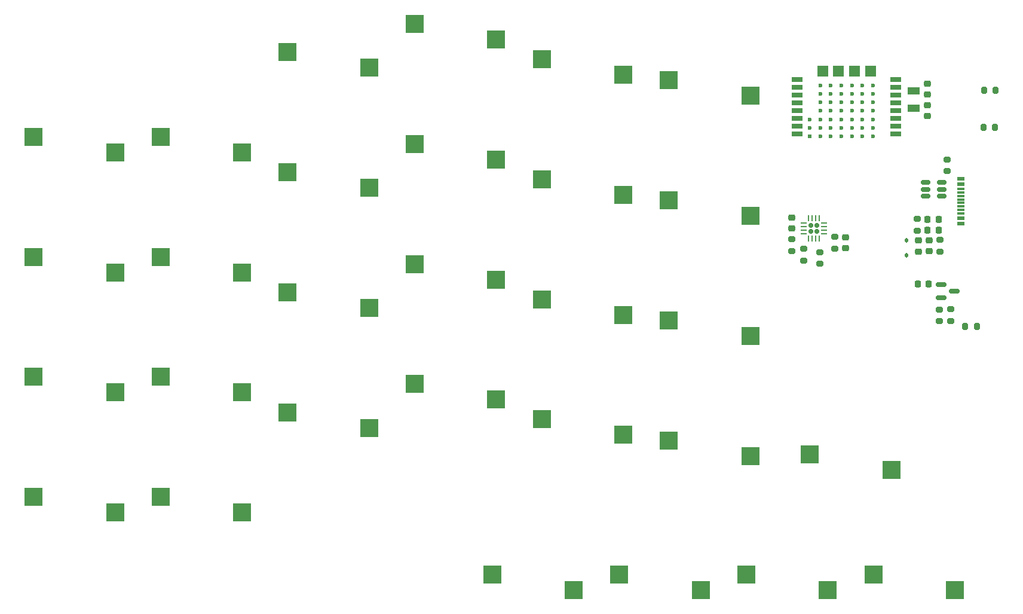
<source format=gbp>
G04 #@! TF.GenerationSoftware,KiCad,Pcbnew,7.0.9*
G04 #@! TF.CreationDate,2024-01-11T22:18:43+01:00*
G04 #@! TF.ProjectId,keyboard,6b657962-6f61-4726-942e-6b696361645f,v1.0.0*
G04 #@! TF.SameCoordinates,Original*
G04 #@! TF.FileFunction,Paste,Bot*
G04 #@! TF.FilePolarity,Positive*
%FSLAX46Y46*%
G04 Gerber Fmt 4.6, Leading zero omitted, Abs format (unit mm)*
G04 Created by KiCad (PCBNEW 7.0.9) date 2024-01-11 22:18:43*
%MOMM*%
%LPD*%
G01*
G04 APERTURE LIST*
G04 Aperture macros list*
%AMRoundRect*
0 Rectangle with rounded corners*
0 $1 Rounding radius*
0 $2 $3 $4 $5 $6 $7 $8 $9 X,Y pos of 4 corners*
0 Add a 4 corners polygon primitive as box body*
4,1,4,$2,$3,$4,$5,$6,$7,$8,$9,$2,$3,0*
0 Add four circle primitives for the rounded corners*
1,1,$1+$1,$2,$3*
1,1,$1+$1,$4,$5*
1,1,$1+$1,$6,$7*
1,1,$1+$1,$8,$9*
0 Add four rect primitives between the rounded corners*
20,1,$1+$1,$2,$3,$4,$5,0*
20,1,$1+$1,$4,$5,$6,$7,0*
20,1,$1+$1,$6,$7,$8,$9,0*
20,1,$1+$1,$8,$9,$2,$3,0*%
G04 Aperture macros list end*
%ADD10R,1.100000X0.600000*%
%ADD11R,1.100000X0.300000*%
%ADD12R,2.600000X2.600000*%
%ADD13RoundRect,0.218750X-0.256250X0.218750X-0.256250X-0.218750X0.256250X-0.218750X0.256250X0.218750X0*%
%ADD14RoundRect,0.200000X-0.275000X0.200000X-0.275000X-0.200000X0.275000X-0.200000X0.275000X0.200000X0*%
%ADD15RoundRect,0.225000X-0.250000X0.225000X-0.250000X-0.225000X0.250000X-0.225000X0.250000X0.225000X0*%
%ADD16RoundRect,0.200000X0.275000X-0.200000X0.275000X0.200000X-0.275000X0.200000X-0.275000X-0.200000X0*%
%ADD17RoundRect,0.150000X-0.512500X-0.150000X0.512500X-0.150000X0.512500X0.150000X-0.512500X0.150000X0*%
%ADD18RoundRect,0.200000X0.200000X0.275000X-0.200000X0.275000X-0.200000X-0.275000X0.200000X-0.275000X0*%
%ADD19RoundRect,0.160000X-0.160000X-0.160000X0.160000X-0.160000X0.160000X0.160000X-0.160000X0.160000X0*%
%ADD20RoundRect,0.062500X-0.375000X-0.062500X0.375000X-0.062500X0.375000X0.062500X-0.375000X0.062500X0*%
%ADD21RoundRect,0.062500X-0.062500X-0.375000X0.062500X-0.375000X0.062500X0.375000X-0.062500X0.375000X0*%
%ADD22R,1.800000X1.000000*%
%ADD23RoundRect,0.150000X-0.587500X-0.150000X0.587500X-0.150000X0.587500X0.150000X-0.587500X0.150000X0*%
%ADD24RoundRect,0.218750X-0.218750X-0.256250X0.218750X-0.256250X0.218750X0.256250X-0.218750X0.256250X0*%
%ADD25R,1.498600X0.698500*%
%ADD26C,0.599440*%
%ADD27R,1.498600X1.498600*%
%ADD28R,0.599440X0.599440*%
%ADD29RoundRect,0.225000X0.250000X-0.225000X0.250000X0.225000X-0.250000X0.225000X-0.250000X-0.225000X0*%
%ADD30RoundRect,0.218750X0.218750X0.256250X-0.218750X0.256250X-0.218750X-0.256250X0.218750X-0.256250X0*%
%ADD31RoundRect,0.200000X-0.200000X-0.275000X0.200000X-0.275000X0.200000X0.275000X-0.200000X0.275000X0*%
%ADD32RoundRect,0.225000X-0.225000X-0.250000X0.225000X-0.250000X0.225000X0.250000X-0.225000X0.250000X0*%
%ADD33RoundRect,0.112500X-0.112500X0.187500X-0.112500X-0.187500X0.112500X-0.187500X0.112500X0.187500X0*%
G04 APERTURE END LIST*
D10*
X272260000Y-98800000D03*
X272260000Y-99600000D03*
D11*
X272260000Y-100750000D03*
X272260000Y-101750000D03*
X272260000Y-102250000D03*
X272260000Y-103250000D03*
D10*
X272255000Y-104400000D03*
X272260000Y-105200000D03*
X272260000Y-105200000D03*
X272255000Y-104400000D03*
D11*
X272260000Y-103750000D03*
X272260000Y-102750000D03*
X272260000Y-101250000D03*
X272260000Y-100250000D03*
D10*
X272260000Y-99600000D03*
X272260000Y-98800000D03*
D12*
X230845000Y-135890000D03*
X242395000Y-138090000D03*
X176845000Y-97890000D03*
X188395000Y-100090000D03*
X158845000Y-92890000D03*
X170395000Y-95090000D03*
X259845000Y-154890000D03*
X271395000Y-157090000D03*
X140845000Y-109890000D03*
X152395000Y-112090000D03*
X140845000Y-126890000D03*
X152395000Y-129090000D03*
X194845000Y-110890000D03*
X206395000Y-113090000D03*
X194845000Y-127890000D03*
X206395000Y-130090000D03*
X158845000Y-109890000D03*
X170395000Y-112090000D03*
X212845000Y-132890000D03*
X224395000Y-135090000D03*
X205845000Y-154890000D03*
X217395000Y-157090000D03*
X212845000Y-115890000D03*
X224395000Y-118090000D03*
X223845000Y-154890000D03*
X235395000Y-157090000D03*
X241845000Y-154890000D03*
X253395000Y-157090000D03*
X212845000Y-81890000D03*
X224395000Y-84090000D03*
X212845000Y-98890000D03*
X224395000Y-101090000D03*
X194845000Y-93890000D03*
X206395000Y-96090000D03*
X250845000Y-137890000D03*
X262395000Y-140090000D03*
X158845000Y-126890000D03*
X170395000Y-129090000D03*
X194845000Y-76890000D03*
X206395000Y-79090000D03*
X230845000Y-118890000D03*
X242395000Y-121090000D03*
X230845000Y-84890000D03*
X242395000Y-87090000D03*
X230845000Y-101890000D03*
X242395000Y-104090000D03*
X176845000Y-80890000D03*
X188395000Y-83090000D03*
X176845000Y-114890000D03*
X188395000Y-117090000D03*
X158845000Y-143890000D03*
X170395000Y-146090000D03*
X176845000Y-131890000D03*
X188395000Y-134090000D03*
X140845000Y-143890000D03*
X152395000Y-146090000D03*
X140845000Y-92890000D03*
X152395000Y-95090000D03*
D13*
X266262500Y-107537500D03*
X266262500Y-109112500D03*
D14*
X270275000Y-96100000D03*
X270275000Y-97750000D03*
D15*
X255912500Y-107112500D03*
X255912500Y-108662500D03*
D16*
X269262500Y-109150000D03*
X269262500Y-107500000D03*
D14*
X252250000Y-109200000D03*
X252250000Y-110850000D03*
D17*
X267212500Y-101256974D03*
X267212500Y-100306974D03*
X267212500Y-99356974D03*
X269487500Y-99356974D03*
X269487500Y-100306974D03*
X269487500Y-101256974D03*
D18*
X277175000Y-86300000D03*
X275525000Y-86300000D03*
D16*
X266050000Y-106150000D03*
X266050000Y-104500000D03*
D18*
X274500000Y-119750000D03*
X272850000Y-119750000D03*
D19*
X251000000Y-105437500D03*
X251000000Y-106237500D03*
X251800000Y-105437500D03*
X251800000Y-106237500D03*
D20*
X249962500Y-106587500D03*
X249962500Y-106087500D03*
X249962500Y-105587500D03*
X249962500Y-105087500D03*
D21*
X250650000Y-104400000D03*
X251150000Y-104400000D03*
X251650000Y-104400000D03*
X252150000Y-104400000D03*
D20*
X252837500Y-105087500D03*
X252837500Y-105587500D03*
X252837500Y-106087500D03*
X252837500Y-106587500D03*
D21*
X252150000Y-107275000D03*
X251650000Y-107275000D03*
X251150000Y-107275000D03*
X250650000Y-107275000D03*
D14*
X269175000Y-117325000D03*
X269175000Y-118975000D03*
D22*
X265560000Y-88860000D03*
X265560000Y-86360000D03*
D23*
X269437500Y-115700000D03*
X269437500Y-113800000D03*
X271312500Y-114750000D03*
D24*
X267512500Y-106075000D03*
X269087500Y-106075000D03*
D25*
X263048400Y-84799300D03*
X263048400Y-85899120D03*
X263048400Y-86998940D03*
X263048400Y-88098760D03*
X263048400Y-89198580D03*
X263048400Y-90298400D03*
X263048400Y-91398220D03*
X263048400Y-92498040D03*
X249050460Y-92498040D03*
X249050460Y-91398220D03*
X249050460Y-90298400D03*
X249050460Y-89198580D03*
X249050460Y-88098760D03*
X249050460Y-86998940D03*
X249050460Y-85899120D03*
X249050460Y-84799300D03*
D26*
X258298600Y-85599400D03*
X258298600Y-86798280D03*
X258298600Y-87999700D03*
X258298600Y-89198580D03*
X258298600Y-90400000D03*
X258298600Y-91598880D03*
X258298600Y-92800300D03*
X256800000Y-85599400D03*
X256800000Y-86798280D03*
X256800000Y-87999700D03*
X256800000Y-89198580D03*
X256800000Y-90400000D03*
X256800000Y-91598880D03*
X256800000Y-92800300D03*
X255298860Y-85599400D03*
X255298860Y-86798280D03*
X255298860Y-87999700D03*
X255298860Y-89198580D03*
X255298860Y-90400000D03*
X255298860Y-91598880D03*
X255298860Y-92800300D03*
X253800260Y-85599400D03*
X253800260Y-86798280D03*
X253800260Y-87999700D03*
X253800260Y-89198580D03*
X253800260Y-90400000D03*
X253800260Y-91598880D03*
X253800260Y-92800300D03*
X252299120Y-85599400D03*
X252299120Y-86798280D03*
X252299120Y-87999700D03*
X252299120Y-89198580D03*
X252299120Y-90400000D03*
X252299120Y-91598880D03*
X252299120Y-92800300D03*
D27*
X259418740Y-83597880D03*
X257170840Y-83597880D03*
X254920400Y-83597880D03*
X252669960Y-83597880D03*
D26*
X250800520Y-90400000D03*
X250800520Y-91598880D03*
D28*
X250800520Y-92800300D03*
D26*
X259799740Y-85599400D03*
X259799740Y-86798280D03*
X259799740Y-87999700D03*
X259799740Y-89198580D03*
X259799740Y-90400000D03*
X259799740Y-91598880D03*
X259799740Y-92800300D03*
D14*
X250000000Y-108750000D03*
X250000000Y-110400000D03*
D29*
X267520000Y-89975000D03*
X267520000Y-88425000D03*
D14*
X270825000Y-117300000D03*
X270825000Y-118950000D03*
D15*
X267520000Y-85365000D03*
X267520000Y-86915000D03*
D30*
X269087500Y-104575000D03*
X267512500Y-104575000D03*
D31*
X275425000Y-91500000D03*
X277075000Y-91500000D03*
D32*
X266100000Y-113750000D03*
X267650000Y-113750000D03*
D33*
X264512500Y-107575000D03*
X264512500Y-109675000D03*
D14*
X254362500Y-107062500D03*
X254362500Y-108712500D03*
X248262500Y-107412500D03*
X248262500Y-109062500D03*
D15*
X267762500Y-107550000D03*
X267762500Y-109100000D03*
D29*
X248262500Y-105862500D03*
X248262500Y-104312500D03*
M02*

</source>
